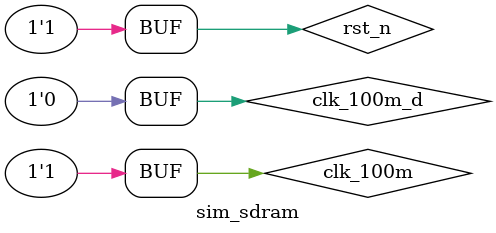
<source format=v>
`include "timescale.v"
`include "sdram_para.v"

module sim_sdram(); 

reg     rst_n;
reg     clk_100m;
reg     clk_100m_d;


initial begin
        clk_100m = 1'b0;
        clk_100m_d = 1'b0;
        rst_n    = 1'b0;
    #50 rst_n    = 1'b1;
end

always begin
    #1  clk_100m = 1'b0;
    #1  clk_100m = 1'b0;
    #1  clk_100m = 1'b0;
    #1  clk_100m = 1'b0;
    #1  clk_100m = 1'b0;
    #1  clk_100m = 1'b1;
    #1  clk_100m = 1'b1;
    #1  clk_100m = 1'b1;
    #1  clk_100m = 1'b1;
    #1  clk_100m = 1'b1;
end

always begin
    #1  clk_100m_d = 1'b0;
    #1  clk_100m_d = 1'b0;
    #1  clk_100m_d = 1'b0;
    #1  clk_100m_d = 1'b0;
    #1  clk_100m_d = 1'b1;
    #1  clk_100m_d = 1'b1;
    #1  clk_100m_d = 1'b1;
    #1  clk_100m_d = 1'b1;
    #1  clk_100m_d = 1'b1;
    #1  clk_100m_d = 1'b0;
end


wire    [31:0]  dram_Dq   ;
wire    [10:0]  dram_Addr ;
wire    [1:0]   dram_Ba   ;
wire            dram_Cke  ;
wire            dram_Cs_n ;
wire            dram_Ras_n;
wire            dram_Cas_n;
wire            dram_We_n ;
wire    [3:0]   dram_Dqm  ;

wire            sdram_rd_ack;
wire    [31:0]  sys_data_out;

wire            sdram_busy;
wire            sdram_init_done;
reg             sdram_wr_req;
reg     [31:0]  sys_data_in;

wire            sdram_wr_ack;
reg             wr_flag;
always@(posedge clk_100m or negedge rst_n) begin
    if(!rst_n) begin
        sdram_wr_req <= #1 1'b0;
        wr_flag      <= #1 1'b0;
    end
    else if(sdram_init_done == 1'b0) begin
        sdram_wr_req <= #1 1'b0;
        wr_flag      <= #1 1'b0;
    end
    else if(sdram_wr_ack == 1'b1) begin
        sdram_wr_req <= #1 1'b0;
        wr_flag      <= #1 1'b1;
    end
    else if(wr_flag == 1'b0) begin
        sdram_wr_req <= #1 1'b1;
        wr_flag      <= #1 1'b0;
    end
end

reg             sdram_rd_req;
always@(posedge clk_100m or negedge rst_n) begin
    if(!rst_n) begin
        sdram_rd_req <= #1 1'b0;
    end
    else if((sdram_init_done == 1'b1) && (sdram_busy == 1'b0) && (sys_data_in[31:0] == 32'd256)) begin
        sdram_rd_req <= #1 1'b1;
    end
    else begin
        sdram_rd_req <= #1 1'b0;
    end
end

//写入1到256
always@(posedge clk_100m or negedge rst_n) begin
    if(!rst_n) begin
        sys_data_in[31:0] <= #1 32'd0;
    end
    else if((sdram_wr_ack == 1'b1) && (sys_data_in[31:0] < 32'd256)) begin
        sys_data_in[31:0] <= #1 sys_data_in[31:0] + 32'd1;
    end
end

sdram_phy u_sdram_phy(
    .clk                 (clk_100m          ),//系统时钟
    .rst_n               (rst_n             ),//复位信号，低电平有效

    //用户接口
    .sdram_wr_req        (sdram_wr_req      ),//i系统写SDRAM请求信号
    .sdram_wr_ack        (sdram_wr_ack      ),//o系统写SDRAM响应信号,作为wrFIFO的输出有效信号
    .sys_wraddr          (21'h0             ),//i写SDRAM时地址暂存器，(bit20-19)L-Bank地址:(bit18-8)为行地址，(bit7-0)为列地址
    .sdwr_byte           (256               ),//i突发写SDRAM字节数（1-256个）
    .sys_data_in         (sys_data_in       ),//i写SDRAM时数据暂存器，4个突发读写字数据，默认为00地址bit15-0;01地址bit31-16;10地址bit47-32;11地址bit63-48

    .sdram_rd_req        (sdram_rd_req      ),//i系统读SDRAM请求信号
    .sdram_rd_ack        (sdram_rd_ack      ),//o系统读SDRAM响应信号
    .sys_rdaddr          (21'h0             ),//i读SDRAM时地址暂存器，(bit20-19)L-Bank地址:(bit18-8)为行地址，(bit7-0)为列地址
    .sdrd_byte           (2               ),//i突发读SDRAM字节数（1-256个）
    .sys_data_out        (sys_data_out      ), //o读SDRAM时数据暂存器,(格式同上)

    .sdram_busy          (sdram_busy        ),//oSDRAM忙标志，高表示SDRAM处于工作中
    .sdram_init_done     (sdram_init_done   ),//o系统初始化完毕信号

    //SDRAM硬件接口
    .sdram_cke           (dram_Cke          ),//SDRAM时钟有效信号
    .sdram_cs_n          (dram_Cs_n         ),//SDRAM片选信号
    .sdram_ras_n         (dram_Ras_n        ),//SDRAM行地址选通脉冲
    .sdram_cas_n         (dram_Cas_n        ),//SDRAM列地址选通脉冲
    .sdram_we_n          (dram_We_n         ),//SDRAM写允许位
    .sdram_addr          (dram_Addr         ),//SDRAM地址总线
    .sdram_ba            (dram_Ba           ),//SDRAM的L-Bank地址线
    .sdram_data          (dram_Dq           ),//SDRAM数据总线
    .sdram_dqm           (dram_Dqm          ) //SDRAM低字节屏蔽
);

IS42s32200 u_IS42s32200(
    .Dq                  (dram_Dq           ),// 32
    .Addr                (dram_Addr         ),// 11
    .Ba                  (dram_Ba           ),// 2
    .Clk                 (clk_100m_d        ),// 
    .Cke                 (dram_Cke          ),// 
    .Cs_n                (dram_Cs_n         ),// 
    .Ras_n               (dram_Ras_n        ),// 
    .Cas_n               (dram_Cas_n        ),// 
    .We_n                (dram_We_n         ),// 
    .Dqm                 (dram_Dqm          ) // 4
);

endmodule

</source>
